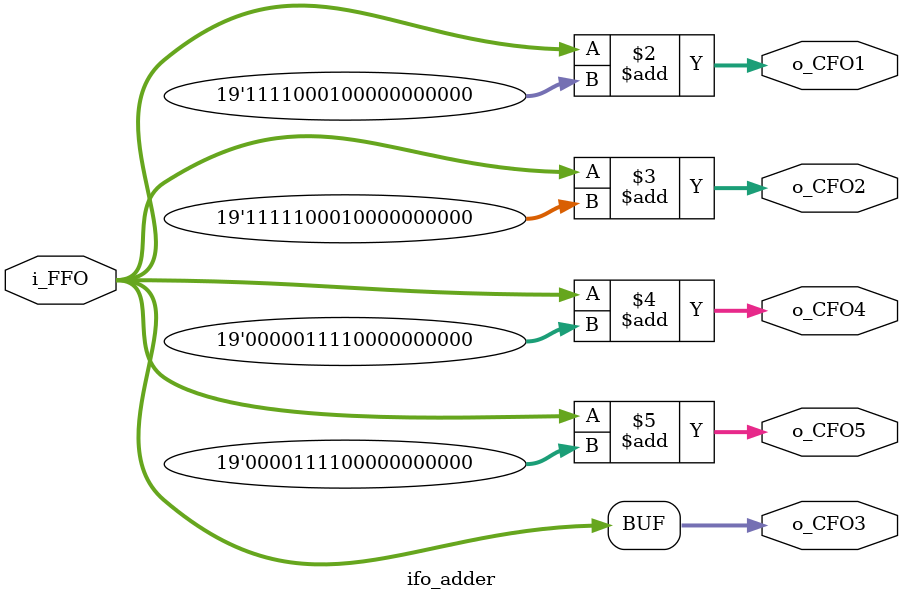
<source format=v>
`timescale 1ns / 1ps


module ifo_adder #(parameter CFO_WIDTH = 19)
(
    input  [CFO_WIDTH-1:0] i_FFO,
    output reg [CFO_WIDTH-1:0] o_CFO1,
    output reg [CFO_WIDTH-1:0] o_CFO2,
    output reg [CFO_WIDTH-1:0] o_CFO3,
    output reg [CFO_WIDTH-1:0] o_CFO4,
    output reg [CFO_WIDTH-1:0] o_CFO5
);

//reg [CFO_WIDTH:0] r_CFO1;
//reg [CFO_WIDTH:0] r_CFO2;
//reg [CFO_WIDTH:0] r_CFO3;
//reg [CFO_WIDTH:0] r_CFO4;
//reg [CFO_WIDTH:0] r_CFO5;

// Combinational Always Block to Evaluate the CFO Range (-2 ~ 2) * Subcarrier Spacing Frequency (15 KHz)
// No need to account for the extra bits because 19 bits covers more the range of the output
always@(*)
begin
    o_CFO1 = i_FFO + (-19'd2 * 19'd15360);
    o_CFO2 = i_FFO + (-19'd1 * 19'd15360);
    o_CFO3 = i_FFO;
    o_CFO4 = i_FFO + (19'd1 * 19'd15360);
    o_CFO5 = i_FFO + (19'd2 * 19'd15360);
end
endmodule

</source>
